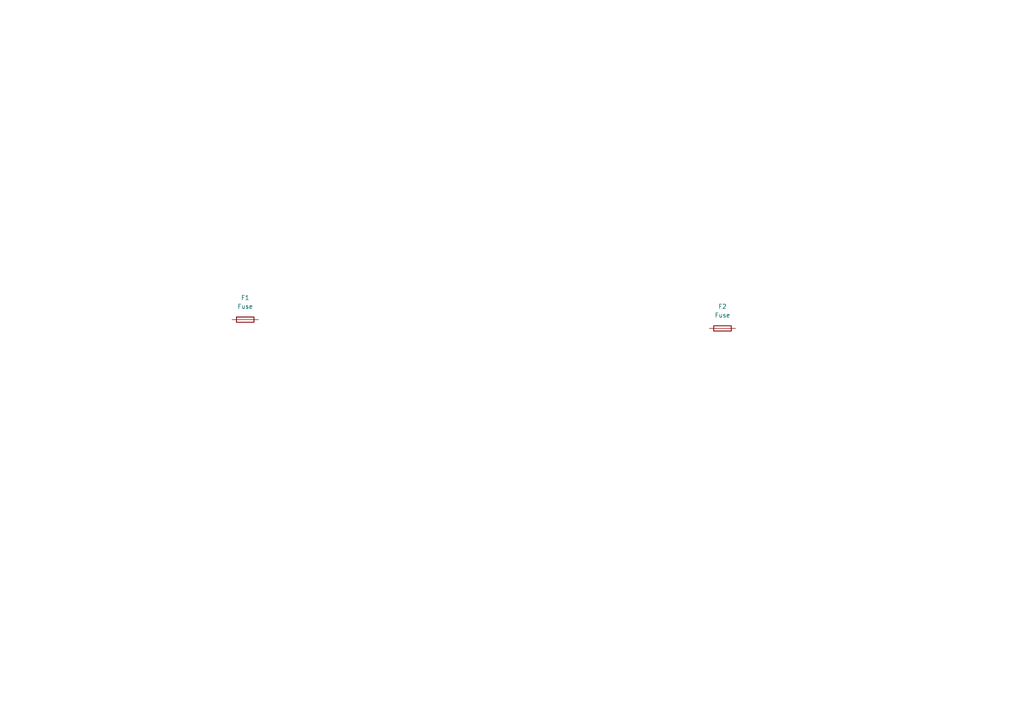
<source format=kicad_sch>
(kicad_sch (version 20250114) (generator "eeschema") (generator_version "9.0")
  (paper "A4")
  (lib_symbols
    (symbol "Device:Fuse" (pin_numbers (hide yes)) (pin_names (offset 0))
      (property "Reference" "F" (at 2.032 0 90))
      (property "Value" "Fuse" (at -1.905 0 90))
      (symbol "Fuse_0_1"
        (rectangle (start -0.762 -2.54) (end 0.762 2.54) (stroke (width 0.254)))
        (polyline (pts (xy 0 2.54) (xy 0 -2.54)))
      )
      (symbol "Fuse_1_1"
        (pin passive line (at 0 3.81 270) (length 1.27) (name "~") (number "1"))
        (pin passive line (at 0 -3.81 90) (length 1.27) (name "~") (number "2"))
      )
    )
  )
  (symbol (lib_id "Device:Fuse") (at 209.55 95.25 270) (unit 1)
    (property "Reference" "F2" (at 209.55 88.9 90))
    (property "Value" "Fuse" (at 209.55 91.44 90))
    (property "Description" "Fuse" (effects (hide yes)))
  )
  (symbol (lib_id "Device:Fuse") (at 71.12 92.71 270) (unit 1)
    (property "Reference" "F1" (at 71.12 86.36 90))
    (property "Value" "Fuse" (at 71.12 88.9 90))
    (property "Description" "Fuse" (effects (hide yes)))
  )
)
</source>
